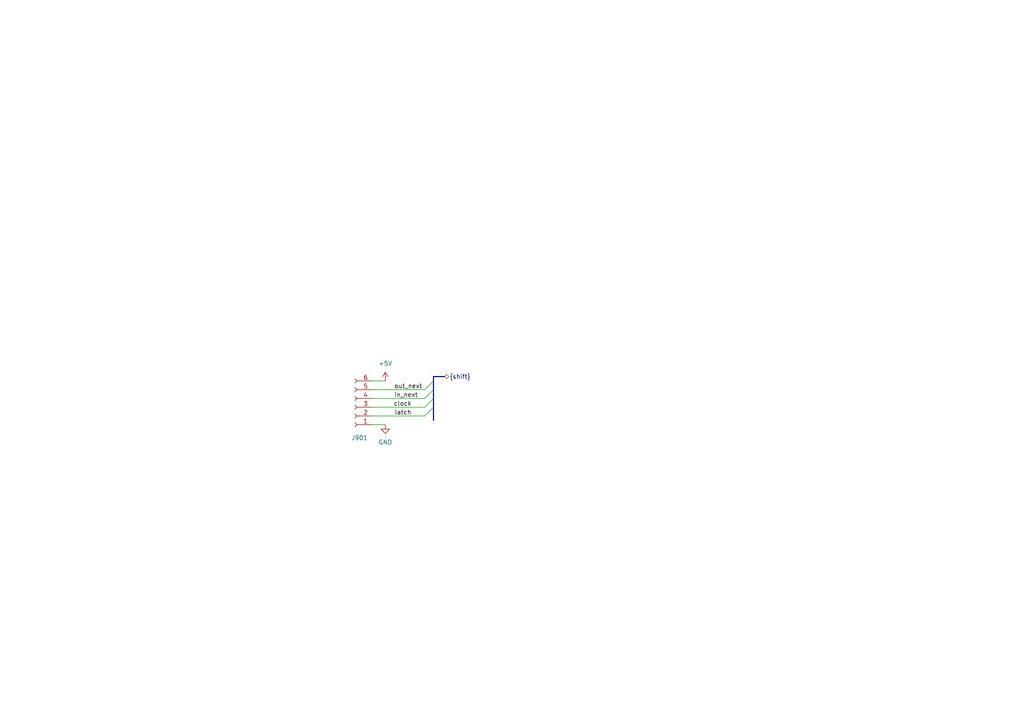
<source format=kicad_sch>
(kicad_sch (version 20231120) (generator "eeschema") (generator_version "8.0")
  (paper "A4")
  (lib_symbols
    (symbol "Connector:Conn_01x06_Socket" (pin_names (offset 1.016) hide)
      (property "Reference" "J" (at 0 7.62 0))
      (property "Value" "Conn_01x06_Socket" (at 0 -10.16 0))
      (symbol "Conn_01x06_Socket_1_1"
        (arc (start 0 -7.112) (mid -0.5058 -7.62) (end 0 -8.128) (stroke (width 0.1524)))
        (arc (start 0 -4.572) (mid -0.5058 -5.08) (end 0 -5.588) (stroke (width 0.1524)))
        (arc (start 0 -2.032) (mid -0.5058 -2.54) (end 0 -3.048) (stroke (width 0.1524)))
        (polyline (pts (xy -1.27 -7.62) (xy -0.508 -7.62)) (stroke (width 0.1524)))
        (polyline (pts (xy -1.27 -5.08) (xy -0.508 -5.08)) (stroke (width 0.1524)))
        (polyline (pts (xy -1.27 -2.54) (xy -0.508 -2.54)) (stroke (width 0.1524)))
        (polyline (pts (xy -1.27 0) (xy -0.508 0)) (stroke (width 0.1524)))
        (polyline (pts (xy -1.27 2.54) (xy -0.508 2.54)) (stroke (width 0.1524)))
        (polyline (pts (xy -1.27 5.08) (xy -0.508 5.08)) (stroke (width 0.1524)))
        (arc (start 0 0.508) (mid -0.5058 0) (end 0 -0.508) (stroke (width 0.1524)))
        (arc (start 0 3.048) (mid -0.5058 2.54) (end 0 2.032) (stroke (width 0.1524)))
        (arc (start 0 5.588) (mid -0.5058 5.08) (end 0 4.572) (stroke (width 0.1524)))
        (pin passive line (at -5.08 5.08 0) (length 3.81) (name "Pin_1") (number "1"))
        (pin passive line (at -5.08 2.54 0) (length 3.81) (name "Pin_2") (number "2"))
        (pin passive line (at -5.08 0 0) (length 3.81) (name "Pin_3") (number "3"))
        (pin passive line (at -5.08 -2.54 0) (length 3.81) (name "Pin_4") (number "4"))
        (pin passive line (at -5.08 -5.08 0) (length 3.81) (name "Pin_5") (number "5"))
        (pin passive line (at -5.08 -7.62 0) (length 3.81) (name "Pin_6") (number "6"))
      )
    )
    (symbol "power:+5V" (power) (pin_numbers hide) (pin_names (offset 0) hide)
      (property "Value" "+5V" (at 0 3.556 0))
      (symbol "+5V_0_1"
        (polyline (pts (xy -0.762 1.27) (xy 0 2.54)))
        (polyline (pts (xy 0 0) (xy 0 2.54)))
        (polyline (pts (xy 0 2.54) (xy 0.762 1.27)))
      )
      (symbol "+5V_1_1"
        (pin power_in line (at 0 0 90) (length 0) (name "~") (number "1"))
      )
    )
    (symbol "power:GND" (power) (pin_names (offset 0))
      (property "Value" "GND" (at 0 -3.81 0))
      (symbol "GND_0_1"
        (polyline (pts (xy 0 0) (xy 0 -1.27) (xy 1.27 -1.27) (xy 0 -2.54) (xy -1.27 -1.27) (xy 0 -1.27)))
      )
      (symbol "GND_1_1"
        (pin power_in line (at 0 0 270) (length 0) hide (name "GND") (number "1"))
      )
    )
  )
  (bus_entry (at 125.73 110.49) (size -2.54 2.54))
  (bus_entry (at 125.73 113.03) (size -2.54 2.54))
  (bus_entry (at 125.73 118.11) (size -2.54 2.54))
  (bus_entry (at 125.73 115.57) (size -2.54 2.54))
  (wire (pts (xy 107.95 113.03) (xy 123.19 113.03)))
  (wire (pts (xy 111.76 123.19) (xy 107.95 123.19)))
  (wire (pts (xy 123.19 118.11) (xy 107.95 118.11)))
  (wire (pts (xy 111.76 110.49) (xy 107.95 110.49)))
  (bus (pts (xy 125.73 118.11) (xy 125.73 121.92)))
  (bus (pts (xy 125.73 110.49) (xy 125.73 113.03)))
  (bus (pts (xy 125.73 113.03) (xy 125.73 115.57)))
  (bus (pts (xy 125.73 115.57) (xy 125.73 118.11)))
  (bus (pts (xy 125.73 109.22) (xy 125.73 110.49)))
  (wire (pts (xy 123.19 120.65) (xy 107.95 120.65)))
  (bus (pts (xy 125.73 109.22) (xy 128.905 109.22)))
  (wire (pts (xy 107.95 115.57) (xy 123.19 115.57)))
  (label "latch" (at 119.38 120.65 180))
  (label "in_next" (at 114.3 115.57 0))
  (label "out_next" (at 114.3 113.03 0))
  (label "clock" (at 119.38 118.11 180))
  (hierarchical_label "{shift}" (shape bidirectional) (at 128.905 109.22 0))
  (symbol (lib_id "Connector:Conn_01x06_Socket") (at 102.87 118.11 180) (unit 1)
    (property "Reference" "J901" (at 106.68 127 0) (effects (justify left)))
    (property "Value" "Conn_01x06_Socket" (effects (hide yes)))
    (property "Footprint" "Connector_PinSocket_2.54mm:PinSocket_1x06_P2.54mm_Horizontal" (effects (hide yes)))
  )
  (symbol (lib_id "power:GND") (at 111.76 123.19 0) (mirror y) (unit 1)
    (property "Reference" "#PWR0708" (effects (hide yes)))
    (property "Value" "GND" (at 111.76 128.27 0))
  )
  (symbol (lib_id "power:+5V") (at 111.76 110.49 0) (unit 1)
    (property "Reference" "#PWR0707" (effects (hide yes)))
    (property "Value" "+5V" (at 111.76 105.41 0))
    (property "Description" "Power symbol creates a global label with name \"+5V\"" (effects (hide yes)))
  )
)
</source>
